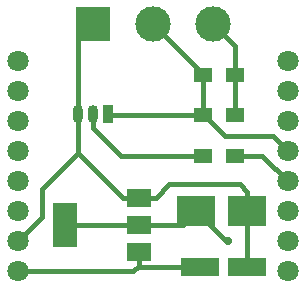
<source format=gbr>
G04 #@! TF.GenerationSoftware,KiCad,Pcbnew,(5.1.5)-3*
G04 #@! TF.CreationDate,2020-01-07T22:17:17+01:00*
G04 #@! TF.ProjectId,WirelessDS18B20,57697265-6c65-4737-9344-533138423230,rev?*
G04 #@! TF.SameCoordinates,Original*
G04 #@! TF.FileFunction,Copper,L2,Bot*
G04 #@! TF.FilePolarity,Positive*
%FSLAX46Y46*%
G04 Gerber Fmt 4.6, Leading zero omitted, Abs format (unit mm)*
G04 Created by KiCad (PCBNEW (5.1.5)-3) date 2020-01-07 22:17:17*
%MOMM*%
%LPD*%
G04 APERTURE LIST*
%ADD10R,1.500000X1.300000*%
%ADD11C,3.000000*%
%ADD12R,3.000000X3.000000*%
%ADD13C,1.800000*%
%ADD14R,0.900000X1.500000*%
%ADD15O,0.900000X1.500000*%
%ADD16R,3.200000X1.500000*%
%ADD17R,3.200000X2.500000*%
%ADD18R,2.000000X1.500000*%
%ADD19R,2.000000X3.800000*%
%ADD20C,0.700000*%
%ADD21C,0.400000*%
G04 APERTURE END LIST*
D10*
X43133000Y-36322000D03*
X40433000Y-36322000D03*
X43133000Y-32893000D03*
X40433000Y-32893000D03*
X43133000Y-39751000D03*
X40433000Y-39751000D03*
D11*
X41275000Y-28575000D03*
X36195000Y-28575000D03*
D12*
X31115000Y-28575000D03*
D13*
X47625000Y-49530000D03*
X24765000Y-49530000D03*
X47625000Y-46990000D03*
X24765000Y-46990000D03*
X47625000Y-44450000D03*
X24765000Y-44450000D03*
X47625000Y-41910000D03*
X24765000Y-41910000D03*
X47625000Y-39370000D03*
X24765000Y-39370000D03*
X47625000Y-36830000D03*
X24765000Y-36830000D03*
X47625000Y-34290000D03*
X24765000Y-34290000D03*
X47625000Y-31750000D03*
X24765000Y-31750000D03*
D14*
X32385000Y-36195000D03*
D15*
X29845000Y-36195000D03*
X31115000Y-36195000D03*
D16*
X44164000Y-49149000D03*
X40164000Y-49149000D03*
D17*
X44178000Y-44450000D03*
X39878000Y-44450000D03*
D18*
X35027000Y-43293000D03*
X35027000Y-47893000D03*
X35027000Y-45593000D03*
D19*
X28727000Y-45593000D03*
D20*
X42545000Y-46990000D03*
D21*
X43133000Y-30433000D02*
X43133000Y-32893000D01*
X41275000Y-28575000D02*
X43133000Y-30433000D01*
X43133000Y-32893000D02*
X43133000Y-36322000D01*
X40433000Y-32813000D02*
X40433000Y-32893000D01*
X36195000Y-28575000D02*
X40433000Y-32813000D01*
X40433000Y-32893000D02*
X40433000Y-36322000D01*
X32512000Y-36322000D02*
X32385000Y-36195000D01*
X40433000Y-36322000D02*
X32512000Y-36322000D01*
X40533000Y-36322000D02*
X42311000Y-38100000D01*
X40433000Y-36322000D02*
X40533000Y-36322000D01*
X46355000Y-38100000D02*
X47625000Y-39370000D01*
X42311000Y-38100000D02*
X46355000Y-38100000D01*
X29845000Y-29845000D02*
X31115000Y-28575000D01*
X29845000Y-36195000D02*
X29845000Y-29845000D01*
X44178000Y-49135000D02*
X44164000Y-49149000D01*
X44178000Y-44450000D02*
X44178000Y-49135000D01*
X36427000Y-43293000D02*
X37556000Y-42164000D01*
X35027000Y-43293000D02*
X36427000Y-43293000D01*
X44178000Y-42800000D02*
X44178000Y-44450000D01*
X43542000Y-42164000D02*
X44178000Y-42800000D01*
X37556000Y-42164000D02*
X43542000Y-42164000D01*
X29845000Y-37345000D02*
X29845000Y-36195000D01*
X29845000Y-39511000D02*
X29845000Y-37345000D01*
X33627000Y-43293000D02*
X29845000Y-39511000D01*
X35027000Y-43293000D02*
X33627000Y-43293000D01*
X24765000Y-46990000D02*
X26797000Y-44958000D01*
X26797000Y-42559000D02*
X29845000Y-39511000D01*
X26797000Y-44958000D02*
X26797000Y-42559000D01*
X31115000Y-37345000D02*
X31115000Y-36195000D01*
X40433000Y-39751000D02*
X33521000Y-39751000D01*
X33521000Y-39751000D02*
X31115000Y-37345000D01*
X45466000Y-39751000D02*
X47625000Y-41910000D01*
X43133000Y-39751000D02*
X45466000Y-39751000D01*
X34540000Y-49530000D02*
X35027000Y-49043000D01*
X24765000Y-49530000D02*
X34540000Y-49530000D01*
X35027000Y-49043000D02*
X35027000Y-47893000D01*
X35133000Y-49149000D02*
X35027000Y-49043000D01*
X40164000Y-49149000D02*
X35133000Y-49149000D01*
X28727000Y-45593000D02*
X35027000Y-45593000D01*
X38735000Y-45593000D02*
X39878000Y-44450000D01*
X35027000Y-45593000D02*
X38735000Y-45593000D01*
X42418000Y-46990000D02*
X39878000Y-44450000D01*
X42545000Y-46990000D02*
X42418000Y-46990000D01*
M02*

</source>
